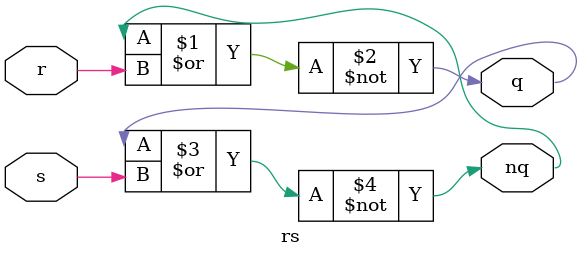
<source format=sv>
module rs(input r, input s, output logic q, output logic nq);


assign q   = ~(nq | r);
assign nq  = ~( q | s);


endmodule
</source>
